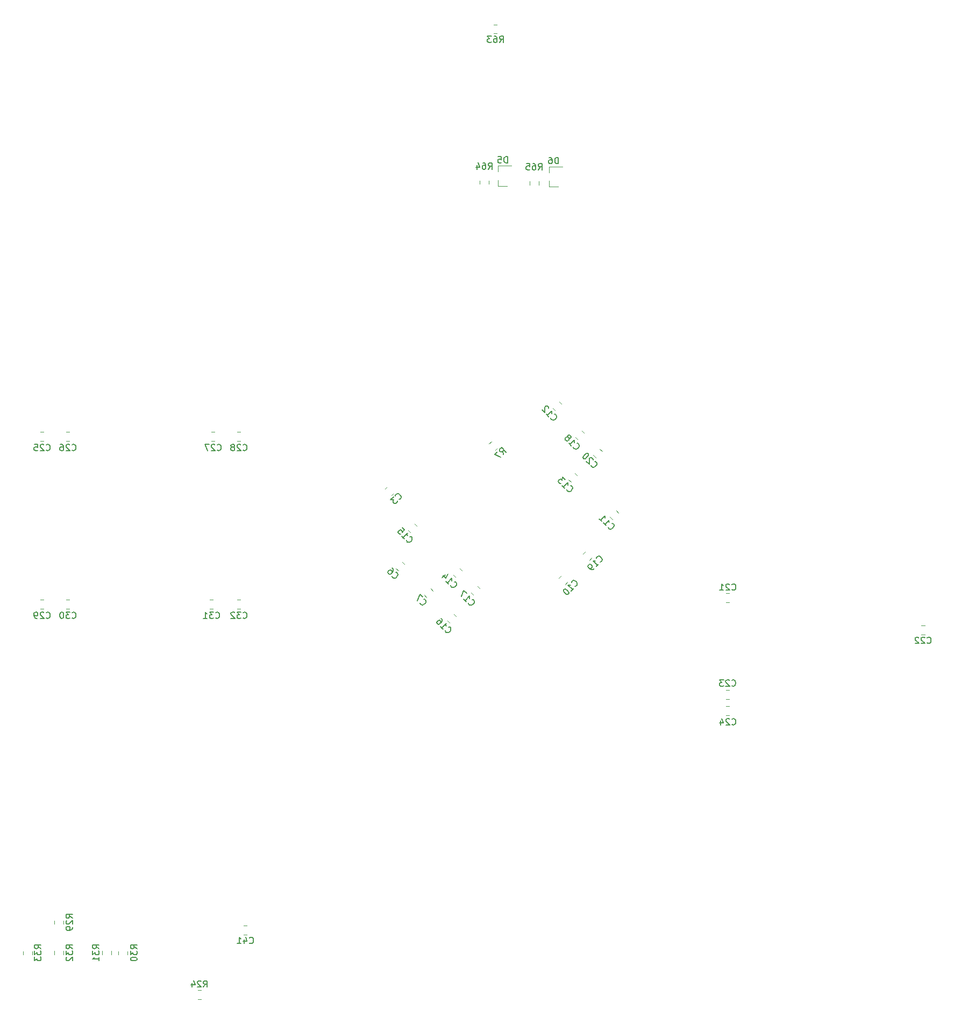
<source format=gbr>
%TF.GenerationSoftware,KiCad,Pcbnew,(5.1.6)-1*%
%TF.CreationDate,2024-05-17T16:04:08-04:00*%
%TF.ProjectId,MigStorm-ITX,4d696753-746f-4726-9d2d-4954582e6b69,rev?*%
%TF.SameCoordinates,Original*%
%TF.FileFunction,Legend,Bot*%
%TF.FilePolarity,Positive*%
%FSLAX46Y46*%
G04 Gerber Fmt 4.6, Leading zero omitted, Abs format (unit mm)*
G04 Created by KiCad (PCBNEW (5.1.6)-1) date 2024-05-17 16:04:08*
%MOMM*%
%LPD*%
G01*
G04 APERTURE LIST*
%ADD10C,0.120000*%
%ADD11C,0.150000*%
G04 APERTURE END LIST*
D10*
%TO.C,C3*%
X203808529Y-133237563D02*
X204177995Y-132868097D01*
X202804437Y-132233471D02*
X203173903Y-131864005D01*
%TO.C,C6*%
X205549313Y-143712221D02*
X205918779Y-144081687D01*
X204545221Y-144716313D02*
X204914687Y-145085779D01*
%TO.C,C7*%
X208990221Y-148907313D02*
X209359687Y-149276779D01*
X209994313Y-147903221D02*
X210363779Y-148272687D01*
%TO.C,C10*%
X230199221Y-146240687D02*
X230568687Y-145871221D01*
X231203313Y-147244779D02*
X231572779Y-146875313D01*
%TO.C,C11*%
X238237437Y-136625529D02*
X238606903Y-136994995D01*
X239241529Y-135621437D02*
X239610995Y-135990903D01*
%TO.C,C12*%
X230224529Y-118476437D02*
X230593995Y-118845903D01*
X229220437Y-119480529D02*
X229589903Y-119849995D01*
%TO.C,C13*%
X231723221Y-130746313D02*
X232092687Y-131115779D01*
X232727313Y-129742221D02*
X233096779Y-130111687D01*
%TO.C,C14*%
X213562221Y-145732313D02*
X213931687Y-146101779D01*
X214566313Y-144728221D02*
X214935779Y-145097687D01*
%TO.C,C15*%
X207454313Y-137706005D02*
X207823779Y-138075471D01*
X206450221Y-138710097D02*
X206819687Y-139079563D01*
%TO.C,C16*%
X213005471Y-153303563D02*
X212636005Y-152934097D01*
X214009563Y-152299471D02*
X213640097Y-151930005D01*
%TO.C,C17*%
X217729779Y-147891687D02*
X217360313Y-147522221D01*
X216725687Y-148895779D02*
X216356221Y-148526313D01*
%TO.C,C18*%
X232776437Y-124052529D02*
X233145903Y-124421995D01*
X233780529Y-123048437D02*
X234149995Y-123417903D01*
%TO.C,C19*%
X235382779Y-143065313D02*
X235013313Y-143434779D01*
X234378687Y-142061221D02*
X234009221Y-142430687D01*
%TO.C,C20*%
X235992471Y-127268563D02*
X235623005Y-126899097D01*
X236996563Y-126264471D02*
X236627097Y-125895005D01*
%TO.C,C21*%
X257055252Y-148642000D02*
X256532748Y-148642000D01*
X257055252Y-150062000D02*
X256532748Y-150062000D01*
%TO.C,C22*%
X287275748Y-155142000D02*
X287798252Y-155142000D01*
X287275748Y-153722000D02*
X287798252Y-153722000D01*
%TO.C,C23*%
X257046252Y-165302000D02*
X256523748Y-165302000D01*
X257046252Y-163882000D02*
X256523748Y-163882000D01*
%TO.C,C24*%
X257046252Y-166422000D02*
X256523748Y-166422000D01*
X257046252Y-167842000D02*
X256523748Y-167842000D01*
%TO.C,C25*%
X148582748Y-123242000D02*
X149105252Y-123242000D01*
X148582748Y-124662000D02*
X149105252Y-124662000D01*
%TO.C,C26*%
X153160252Y-124662000D02*
X152637748Y-124662000D01*
X153160252Y-123242000D02*
X152637748Y-123242000D01*
%TO.C,C27*%
X175506748Y-124662000D02*
X176029252Y-124662000D01*
X175506748Y-123242000D02*
X176029252Y-123242000D01*
%TO.C,C28*%
X180093252Y-124662000D02*
X179570748Y-124662000D01*
X180093252Y-123242000D02*
X179570748Y-123242000D01*
%TO.C,C29*%
X148582748Y-151078000D02*
X149105252Y-151078000D01*
X148582748Y-149658000D02*
X149105252Y-149658000D01*
%TO.C,C30*%
X153169252Y-151078000D02*
X152646748Y-151078000D01*
X153169252Y-149658000D02*
X152646748Y-149658000D01*
%TO.C,C31*%
X175252748Y-151078000D02*
X175775252Y-151078000D01*
X175252748Y-149658000D02*
X175775252Y-149658000D01*
%TO.C,C32*%
X180093252Y-151078000D02*
X179570748Y-151078000D01*
X180093252Y-149658000D02*
X179570748Y-149658000D01*
%TO.C,C41*%
X180577748Y-202386000D02*
X181100252Y-202386000D01*
X180577748Y-200966000D02*
X181100252Y-200966000D01*
%TO.C,D5*%
X220601000Y-84511000D02*
X220601000Y-83581000D01*
X220601000Y-81351000D02*
X220601000Y-82281000D01*
X220601000Y-81351000D02*
X222761000Y-81351000D01*
X220601000Y-84511000D02*
X222061000Y-84511000D01*
%TO.C,D6*%
X228618000Y-84638000D02*
X230078000Y-84638000D01*
X228618000Y-81478000D02*
X230778000Y-81478000D01*
X228618000Y-81478000D02*
X228618000Y-82408000D01*
X228618000Y-84638000D02*
X228618000Y-83708000D01*
%TO.C,R7*%
X220191529Y-126125563D02*
X220560995Y-125756097D01*
X219187437Y-125121471D02*
X219556903Y-124752005D01*
%TO.C,R24*%
X173338748Y-212546000D02*
X173861252Y-212546000D01*
X173338748Y-211126000D02*
X173861252Y-211126000D01*
%TO.C,R29*%
X152221000Y-200676252D02*
X152221000Y-200153748D01*
X150801000Y-200676252D02*
X150801000Y-200153748D01*
%TO.C,R30*%
X162254000Y-205502252D02*
X162254000Y-204979748D01*
X160834000Y-205502252D02*
X160834000Y-204979748D01*
%TO.C,R31*%
X158294000Y-205484252D02*
X158294000Y-204961748D01*
X159714000Y-205484252D02*
X159714000Y-204961748D01*
%TO.C,R32*%
X150801000Y-205484252D02*
X150801000Y-204961748D01*
X152221000Y-205484252D02*
X152221000Y-204961748D01*
%TO.C,R33*%
X145848000Y-205502252D02*
X145848000Y-204979748D01*
X147268000Y-205502252D02*
X147268000Y-204979748D01*
%TO.C,R63*%
X219956748Y-59107000D02*
X220479252Y-59107000D01*
X219956748Y-60527000D02*
X220479252Y-60527000D01*
%TO.C,R64*%
X217730000Y-84217252D02*
X217730000Y-83694748D01*
X219150000Y-84217252D02*
X219150000Y-83694748D01*
%TO.C,R65*%
X227024000Y-84326252D02*
X227024000Y-83803748D01*
X225604000Y-84326252D02*
X225604000Y-83803748D01*
%TO.C,C3*%
D11*
X205028331Y-133852197D02*
X205095674Y-133852197D01*
X205230361Y-133784853D01*
X205297705Y-133717510D01*
X205365048Y-133582822D01*
X205365048Y-133448135D01*
X205331377Y-133347120D01*
X205230361Y-133178761D01*
X205129346Y-133077746D01*
X204960987Y-132976731D01*
X204859972Y-132943059D01*
X204725285Y-132943059D01*
X204590598Y-133010403D01*
X204523254Y-133077746D01*
X204455911Y-133212433D01*
X204455911Y-133279777D01*
X204152865Y-133448135D02*
X203715132Y-133885868D01*
X204220209Y-133919540D01*
X204119193Y-134020555D01*
X204085522Y-134121571D01*
X204085522Y-134188914D01*
X204119193Y-134289929D01*
X204287552Y-134458288D01*
X204388567Y-134491960D01*
X204455911Y-134491960D01*
X204556926Y-134458288D01*
X204758957Y-134256258D01*
X204792629Y-134155242D01*
X204792629Y-134087899D01*
%TO.C,C6*%
X203930586Y-145936115D02*
X203930586Y-146003458D01*
X203997930Y-146138145D01*
X204065274Y-146205489D01*
X204199961Y-146272832D01*
X204334648Y-146272832D01*
X204435663Y-146239161D01*
X204604022Y-146138145D01*
X204705037Y-146037130D01*
X204806052Y-145868771D01*
X204839724Y-145767756D01*
X204839724Y-145633069D01*
X204772380Y-145498382D01*
X204705037Y-145431038D01*
X204570350Y-145363695D01*
X204503006Y-145363695D01*
X203964258Y-144690260D02*
X204098945Y-144824947D01*
X204132617Y-144925962D01*
X204132617Y-144993306D01*
X204098945Y-145161664D01*
X203997930Y-145330023D01*
X203728556Y-145599397D01*
X203627541Y-145633069D01*
X203560197Y-145633069D01*
X203459182Y-145599397D01*
X203324495Y-145464710D01*
X203290823Y-145363695D01*
X203290823Y-145296351D01*
X203324495Y-145195336D01*
X203492854Y-145026977D01*
X203593869Y-144993306D01*
X203661212Y-144993306D01*
X203762228Y-145026977D01*
X203896915Y-145161664D01*
X203930586Y-145262680D01*
X203930586Y-145330023D01*
X203896915Y-145431038D01*
%TO.C,C7*%
X208375586Y-150127115D02*
X208375586Y-150194458D01*
X208442930Y-150329145D01*
X208510274Y-150396489D01*
X208644961Y-150463832D01*
X208779648Y-150463832D01*
X208880663Y-150430161D01*
X209049022Y-150329145D01*
X209150037Y-150228130D01*
X209251052Y-150059771D01*
X209284724Y-149958756D01*
X209284724Y-149824069D01*
X209217380Y-149689382D01*
X209150037Y-149622038D01*
X209015350Y-149554695D01*
X208948006Y-149554695D01*
X208779648Y-149251649D02*
X208308243Y-148780245D01*
X207904182Y-149790397D01*
%TO.C,C10*%
X232759832Y-147522695D02*
X232827176Y-147522695D01*
X232961863Y-147455351D01*
X233029206Y-147388008D01*
X233096550Y-147253321D01*
X233096550Y-147118634D01*
X233062878Y-147017619D01*
X232961863Y-146849260D01*
X232860848Y-146748245D01*
X232692489Y-146647229D01*
X232591474Y-146613558D01*
X232456787Y-146613558D01*
X232322100Y-146680901D01*
X232254756Y-146748245D01*
X232187413Y-146882932D01*
X232187413Y-146950275D01*
X232153741Y-148263474D02*
X232557802Y-147859413D01*
X232355771Y-148061443D02*
X231648664Y-147354336D01*
X231817023Y-147388008D01*
X231951710Y-147388008D01*
X232052725Y-147354336D01*
X231008901Y-147994100D02*
X230941558Y-148061443D01*
X230907886Y-148162458D01*
X230907886Y-148229802D01*
X230941558Y-148330817D01*
X231042573Y-148499176D01*
X231210932Y-148667535D01*
X231379290Y-148768550D01*
X231480306Y-148802222D01*
X231547649Y-148802222D01*
X231648664Y-148768550D01*
X231716008Y-148701206D01*
X231749680Y-148600191D01*
X231749680Y-148532848D01*
X231716008Y-148431832D01*
X231614993Y-148263474D01*
X231446634Y-148095115D01*
X231278275Y-147994100D01*
X231177260Y-147960428D01*
X231109916Y-147960428D01*
X231008901Y-147994100D01*
%TO.C,C11*%
X237959520Y-138182048D02*
X237959520Y-138249392D01*
X238026864Y-138384079D01*
X238094207Y-138451422D01*
X238228894Y-138518766D01*
X238363581Y-138518766D01*
X238464596Y-138485094D01*
X238632955Y-138384079D01*
X238733970Y-138283064D01*
X238834986Y-138114705D01*
X238868657Y-138013690D01*
X238868657Y-137879003D01*
X238801314Y-137744316D01*
X238733970Y-137676972D01*
X238599283Y-137609629D01*
X238531940Y-137609629D01*
X237218741Y-137575957D02*
X237622802Y-137980018D01*
X237420772Y-137777987D02*
X238127879Y-137070880D01*
X238094207Y-137239239D01*
X238094207Y-137373926D01*
X238127879Y-137474941D01*
X236545306Y-136902522D02*
X236949367Y-137306583D01*
X236747337Y-137104552D02*
X237454444Y-136397445D01*
X237420772Y-136565804D01*
X237420772Y-136700491D01*
X237454444Y-136801506D01*
%TO.C,C12*%
X228942520Y-121037048D02*
X228942520Y-121104392D01*
X229009864Y-121239079D01*
X229077207Y-121306422D01*
X229211894Y-121373766D01*
X229346581Y-121373766D01*
X229447596Y-121340094D01*
X229615955Y-121239079D01*
X229716970Y-121138064D01*
X229817986Y-120969705D01*
X229851657Y-120868690D01*
X229851657Y-120734003D01*
X229784314Y-120599316D01*
X229716970Y-120531972D01*
X229582283Y-120464629D01*
X229514940Y-120464629D01*
X228201741Y-120430957D02*
X228605802Y-120835018D01*
X228403772Y-120632987D02*
X229110879Y-119925880D01*
X229077207Y-120094239D01*
X229077207Y-120228926D01*
X229110879Y-120329941D01*
X228572131Y-119521819D02*
X228572131Y-119454476D01*
X228538459Y-119353461D01*
X228370100Y-119185102D01*
X228269085Y-119151430D01*
X228201741Y-119151430D01*
X228100726Y-119185102D01*
X228033383Y-119252445D01*
X227966039Y-119387132D01*
X227966039Y-120195254D01*
X227528306Y-119757522D01*
%TO.C,C13*%
X231445304Y-132302832D02*
X231445304Y-132370176D01*
X231512648Y-132504863D01*
X231579991Y-132572206D01*
X231714678Y-132639550D01*
X231849365Y-132639550D01*
X231950380Y-132605878D01*
X232118739Y-132504863D01*
X232219754Y-132403848D01*
X232320770Y-132235489D01*
X232354441Y-132134474D01*
X232354441Y-131999787D01*
X232287098Y-131865100D01*
X232219754Y-131797756D01*
X232085067Y-131730413D01*
X232017724Y-131730413D01*
X230704525Y-131696741D02*
X231108586Y-132100802D01*
X230906556Y-131898771D02*
X231613663Y-131191664D01*
X231579991Y-131360023D01*
X231579991Y-131494710D01*
X231613663Y-131595725D01*
X231175930Y-130753932D02*
X230738197Y-130316199D01*
X230704525Y-130821275D01*
X230603510Y-130720260D01*
X230502495Y-130686588D01*
X230435151Y-130686588D01*
X230334136Y-130720260D01*
X230165777Y-130888619D01*
X230132106Y-130989634D01*
X230132106Y-131056977D01*
X230165777Y-131157993D01*
X230367808Y-131360023D01*
X230468823Y-131393695D01*
X230536167Y-131393695D01*
%TO.C,C14*%
X213181030Y-147392106D02*
X213181030Y-147459450D01*
X213248374Y-147594137D01*
X213315717Y-147661480D01*
X213450404Y-147728824D01*
X213585091Y-147728824D01*
X213686106Y-147695152D01*
X213854465Y-147594137D01*
X213955480Y-147493122D01*
X214056496Y-147324763D01*
X214090167Y-147223748D01*
X214090167Y-147089061D01*
X214022824Y-146954374D01*
X213955480Y-146887030D01*
X213820793Y-146819687D01*
X213753450Y-146819687D01*
X212440251Y-146786015D02*
X212844312Y-147190076D01*
X212642282Y-146988045D02*
X213349389Y-146280938D01*
X213315717Y-146449297D01*
X213315717Y-146583984D01*
X213349389Y-146684999D01*
X212305564Y-145708519D02*
X211834160Y-146179923D01*
X212743297Y-145607503D02*
X212406580Y-146280938D01*
X211968847Y-145843206D01*
%TO.C,C15*%
X206196030Y-140280106D02*
X206196030Y-140347450D01*
X206263374Y-140482137D01*
X206330717Y-140549480D01*
X206465404Y-140616824D01*
X206600091Y-140616824D01*
X206701106Y-140583152D01*
X206869465Y-140482137D01*
X206970480Y-140381122D01*
X207071496Y-140212763D01*
X207105167Y-140111748D01*
X207105167Y-139977061D01*
X207037824Y-139842374D01*
X206970480Y-139775030D01*
X206835793Y-139707687D01*
X206768450Y-139707687D01*
X205455251Y-139674015D02*
X205859312Y-140078076D01*
X205657282Y-139876045D02*
X206364389Y-139168938D01*
X206330717Y-139337297D01*
X206330717Y-139471984D01*
X206364389Y-139572999D01*
X205522595Y-138327145D02*
X205859312Y-138663862D01*
X205556267Y-139034251D01*
X205556267Y-138966908D01*
X205522595Y-138865893D01*
X205354236Y-138697534D01*
X205253221Y-138663862D01*
X205185877Y-138663862D01*
X205084862Y-138697534D01*
X204916503Y-138865893D01*
X204882832Y-138966908D01*
X204882832Y-139034251D01*
X204916503Y-139135267D01*
X205084862Y-139303625D01*
X205185877Y-139337297D01*
X205253221Y-139337297D01*
%TO.C,C16*%
X212292030Y-154504106D02*
X212292030Y-154571450D01*
X212359374Y-154706137D01*
X212426717Y-154773480D01*
X212561404Y-154840824D01*
X212696091Y-154840824D01*
X212797106Y-154807152D01*
X212965465Y-154706137D01*
X213066480Y-154605122D01*
X213167496Y-154436763D01*
X213201167Y-154335748D01*
X213201167Y-154201061D01*
X213133824Y-154066374D01*
X213066480Y-153999030D01*
X212931793Y-153931687D01*
X212864450Y-153931687D01*
X211551251Y-153898015D02*
X211955312Y-154302076D01*
X211753282Y-154100045D02*
X212460389Y-153392938D01*
X212426717Y-153561297D01*
X212426717Y-153695984D01*
X212460389Y-153796999D01*
X211652267Y-152584816D02*
X211786954Y-152719503D01*
X211820625Y-152820519D01*
X211820625Y-152887862D01*
X211786954Y-153056221D01*
X211685938Y-153224580D01*
X211416564Y-153493954D01*
X211315549Y-153527625D01*
X211248206Y-153527625D01*
X211147190Y-153493954D01*
X211012503Y-153359267D01*
X210978832Y-153258251D01*
X210978832Y-153190908D01*
X211012503Y-153089893D01*
X211180862Y-152921534D01*
X211281877Y-152887862D01*
X211349221Y-152887862D01*
X211450236Y-152921534D01*
X211584923Y-153056221D01*
X211618595Y-153157236D01*
X211618595Y-153224580D01*
X211584923Y-153325595D01*
%TO.C,C17*%
X215975030Y-150186106D02*
X215975030Y-150253450D01*
X216042374Y-150388137D01*
X216109717Y-150455480D01*
X216244404Y-150522824D01*
X216379091Y-150522824D01*
X216480106Y-150489152D01*
X216648465Y-150388137D01*
X216749480Y-150287122D01*
X216850496Y-150118763D01*
X216884167Y-150017748D01*
X216884167Y-149883061D01*
X216816824Y-149748374D01*
X216749480Y-149681030D01*
X216614793Y-149613687D01*
X216547450Y-149613687D01*
X215234251Y-149580015D02*
X215638312Y-149984076D01*
X215436282Y-149782045D02*
X216143389Y-149074938D01*
X216109717Y-149243297D01*
X216109717Y-149377984D01*
X216143389Y-149478999D01*
X215705656Y-148637206D02*
X215234251Y-148165801D01*
X214830190Y-149175954D01*
%TO.C,C18*%
X232498520Y-125609048D02*
X232498520Y-125676392D01*
X232565864Y-125811079D01*
X232633207Y-125878422D01*
X232767894Y-125945766D01*
X232902581Y-125945766D01*
X233003596Y-125912094D01*
X233171955Y-125811079D01*
X233272970Y-125710064D01*
X233373986Y-125541705D01*
X233407657Y-125440690D01*
X233407657Y-125306003D01*
X233340314Y-125171316D01*
X233272970Y-125103972D01*
X233138283Y-125036629D01*
X233070940Y-125036629D01*
X231757741Y-125002957D02*
X232161802Y-125407018D01*
X231959772Y-125204987D02*
X232666879Y-124497880D01*
X232633207Y-124666239D01*
X232633207Y-124800926D01*
X232666879Y-124901941D01*
X231757741Y-124194835D02*
X231858757Y-124228506D01*
X231926100Y-124228506D01*
X232027115Y-124194835D01*
X232060787Y-124161163D01*
X232094459Y-124060148D01*
X232094459Y-123992804D01*
X232060787Y-123891789D01*
X231926100Y-123757102D01*
X231825085Y-123723430D01*
X231757741Y-123723430D01*
X231656726Y-123757102D01*
X231623054Y-123790774D01*
X231589383Y-123891789D01*
X231589383Y-123959132D01*
X231623054Y-124060148D01*
X231757741Y-124194835D01*
X231791413Y-124295850D01*
X231791413Y-124363193D01*
X231757741Y-124464209D01*
X231623054Y-124598896D01*
X231522039Y-124632567D01*
X231454696Y-124632567D01*
X231353680Y-124598896D01*
X231218993Y-124464209D01*
X231185322Y-124363193D01*
X231185322Y-124295850D01*
X231218993Y-124194835D01*
X231353680Y-124060148D01*
X231454696Y-124026476D01*
X231522039Y-124026476D01*
X231623054Y-124060148D01*
%TO.C,C19*%
X236673107Y-143688969D02*
X236740451Y-143688969D01*
X236875138Y-143621625D01*
X236942481Y-143554282D01*
X237009825Y-143419595D01*
X237009825Y-143284908D01*
X236976153Y-143183893D01*
X236875138Y-143015534D01*
X236774123Y-142914519D01*
X236605764Y-142813503D01*
X236504749Y-142779832D01*
X236370062Y-142779832D01*
X236235375Y-142847175D01*
X236168031Y-142914519D01*
X236100688Y-143049206D01*
X236100688Y-143116549D01*
X236067016Y-144429748D02*
X236471077Y-144025687D01*
X236269046Y-144227717D02*
X235561939Y-143520610D01*
X235730298Y-143554282D01*
X235864985Y-143554282D01*
X235966000Y-143520610D01*
X235730298Y-144766465D02*
X235595611Y-144901152D01*
X235494596Y-144934824D01*
X235427252Y-144934824D01*
X235258894Y-144901152D01*
X235090535Y-144800137D01*
X234821161Y-144530763D01*
X234787489Y-144429748D01*
X234787489Y-144362404D01*
X234821161Y-144261389D01*
X234955848Y-144126702D01*
X235056863Y-144093030D01*
X235124207Y-144093030D01*
X235225222Y-144126702D01*
X235393581Y-144295061D01*
X235427252Y-144396076D01*
X235427252Y-144463419D01*
X235393581Y-144564435D01*
X235258894Y-144699122D01*
X235157878Y-144732793D01*
X235090535Y-144732793D01*
X234989520Y-144699122D01*
%TO.C,C20*%
X235279030Y-128469106D02*
X235279030Y-128536450D01*
X235346374Y-128671137D01*
X235413717Y-128738480D01*
X235548404Y-128805824D01*
X235683091Y-128805824D01*
X235784106Y-128772152D01*
X235952465Y-128671137D01*
X236053480Y-128570122D01*
X236154496Y-128401763D01*
X236188167Y-128300748D01*
X236188167Y-128166061D01*
X236120824Y-128031374D01*
X236053480Y-127964030D01*
X235918793Y-127896687D01*
X235851450Y-127896687D01*
X235582076Y-127627312D02*
X235582076Y-127559969D01*
X235548404Y-127458954D01*
X235380045Y-127290595D01*
X235279030Y-127256923D01*
X235211687Y-127256923D01*
X235110671Y-127290595D01*
X235043328Y-127357938D01*
X234975984Y-127492625D01*
X234975984Y-128300748D01*
X234538251Y-127863015D01*
X234807625Y-126718175D02*
X234740282Y-126650832D01*
X234639267Y-126617160D01*
X234571923Y-126617160D01*
X234470908Y-126650832D01*
X234302549Y-126751847D01*
X234134190Y-126920206D01*
X234033175Y-127088564D01*
X233999503Y-127189580D01*
X233999503Y-127256923D01*
X234033175Y-127357938D01*
X234100519Y-127425282D01*
X234201534Y-127458954D01*
X234268877Y-127458954D01*
X234369893Y-127425282D01*
X234538251Y-127324267D01*
X234706610Y-127155908D01*
X234807625Y-126987549D01*
X234841297Y-126886534D01*
X234841297Y-126819190D01*
X234807625Y-126718175D01*
%TO.C,C21*%
X257436857Y-148059142D02*
X257484476Y-148106761D01*
X257627333Y-148154380D01*
X257722571Y-148154380D01*
X257865428Y-148106761D01*
X257960666Y-148011523D01*
X258008285Y-147916285D01*
X258055904Y-147725809D01*
X258055904Y-147582952D01*
X258008285Y-147392476D01*
X257960666Y-147297238D01*
X257865428Y-147202000D01*
X257722571Y-147154380D01*
X257627333Y-147154380D01*
X257484476Y-147202000D01*
X257436857Y-147249619D01*
X257055904Y-147249619D02*
X257008285Y-147202000D01*
X256913047Y-147154380D01*
X256674952Y-147154380D01*
X256579714Y-147202000D01*
X256532095Y-147249619D01*
X256484476Y-147344857D01*
X256484476Y-147440095D01*
X256532095Y-147582952D01*
X257103523Y-148154380D01*
X256484476Y-148154380D01*
X255532095Y-148154380D02*
X256103523Y-148154380D01*
X255817809Y-148154380D02*
X255817809Y-147154380D01*
X255913047Y-147297238D01*
X256008285Y-147392476D01*
X256103523Y-147440095D01*
%TO.C,C22*%
X288179857Y-156439142D02*
X288227476Y-156486761D01*
X288370333Y-156534380D01*
X288465571Y-156534380D01*
X288608428Y-156486761D01*
X288703666Y-156391523D01*
X288751285Y-156296285D01*
X288798904Y-156105809D01*
X288798904Y-155962952D01*
X288751285Y-155772476D01*
X288703666Y-155677238D01*
X288608428Y-155582000D01*
X288465571Y-155534380D01*
X288370333Y-155534380D01*
X288227476Y-155582000D01*
X288179857Y-155629619D01*
X287798904Y-155629619D02*
X287751285Y-155582000D01*
X287656047Y-155534380D01*
X287417952Y-155534380D01*
X287322714Y-155582000D01*
X287275095Y-155629619D01*
X287227476Y-155724857D01*
X287227476Y-155820095D01*
X287275095Y-155962952D01*
X287846523Y-156534380D01*
X287227476Y-156534380D01*
X286846523Y-155629619D02*
X286798904Y-155582000D01*
X286703666Y-155534380D01*
X286465571Y-155534380D01*
X286370333Y-155582000D01*
X286322714Y-155629619D01*
X286275095Y-155724857D01*
X286275095Y-155820095D01*
X286322714Y-155962952D01*
X286894142Y-156534380D01*
X286275095Y-156534380D01*
%TO.C,C23*%
X257418857Y-163171142D02*
X257466476Y-163218761D01*
X257609333Y-163266380D01*
X257704571Y-163266380D01*
X257847428Y-163218761D01*
X257942666Y-163123523D01*
X257990285Y-163028285D01*
X258037904Y-162837809D01*
X258037904Y-162694952D01*
X257990285Y-162504476D01*
X257942666Y-162409238D01*
X257847428Y-162314000D01*
X257704571Y-162266380D01*
X257609333Y-162266380D01*
X257466476Y-162314000D01*
X257418857Y-162361619D01*
X257037904Y-162361619D02*
X256990285Y-162314000D01*
X256895047Y-162266380D01*
X256656952Y-162266380D01*
X256561714Y-162314000D01*
X256514095Y-162361619D01*
X256466476Y-162456857D01*
X256466476Y-162552095D01*
X256514095Y-162694952D01*
X257085523Y-163266380D01*
X256466476Y-163266380D01*
X256133142Y-162266380D02*
X255514095Y-162266380D01*
X255847428Y-162647333D01*
X255704571Y-162647333D01*
X255609333Y-162694952D01*
X255561714Y-162742571D01*
X255514095Y-162837809D01*
X255514095Y-163075904D01*
X255561714Y-163171142D01*
X255609333Y-163218761D01*
X255704571Y-163266380D01*
X255990285Y-163266380D01*
X256085523Y-163218761D01*
X256133142Y-163171142D01*
%TO.C,C24*%
X257436857Y-169267142D02*
X257484476Y-169314761D01*
X257627333Y-169362380D01*
X257722571Y-169362380D01*
X257865428Y-169314761D01*
X257960666Y-169219523D01*
X258008285Y-169124285D01*
X258055904Y-168933809D01*
X258055904Y-168790952D01*
X258008285Y-168600476D01*
X257960666Y-168505238D01*
X257865428Y-168410000D01*
X257722571Y-168362380D01*
X257627333Y-168362380D01*
X257484476Y-168410000D01*
X257436857Y-168457619D01*
X257055904Y-168457619D02*
X257008285Y-168410000D01*
X256913047Y-168362380D01*
X256674952Y-168362380D01*
X256579714Y-168410000D01*
X256532095Y-168457619D01*
X256484476Y-168552857D01*
X256484476Y-168648095D01*
X256532095Y-168790952D01*
X257103523Y-169362380D01*
X256484476Y-169362380D01*
X255627333Y-168695714D02*
X255627333Y-169362380D01*
X255865428Y-168314761D02*
X256103523Y-169029047D01*
X255484476Y-169029047D01*
%TO.C,C25*%
X149486857Y-126087142D02*
X149534476Y-126134761D01*
X149677333Y-126182380D01*
X149772571Y-126182380D01*
X149915428Y-126134761D01*
X150010666Y-126039523D01*
X150058285Y-125944285D01*
X150105904Y-125753809D01*
X150105904Y-125610952D01*
X150058285Y-125420476D01*
X150010666Y-125325238D01*
X149915428Y-125230000D01*
X149772571Y-125182380D01*
X149677333Y-125182380D01*
X149534476Y-125230000D01*
X149486857Y-125277619D01*
X149105904Y-125277619D02*
X149058285Y-125230000D01*
X148963047Y-125182380D01*
X148724952Y-125182380D01*
X148629714Y-125230000D01*
X148582095Y-125277619D01*
X148534476Y-125372857D01*
X148534476Y-125468095D01*
X148582095Y-125610952D01*
X149153523Y-126182380D01*
X148534476Y-126182380D01*
X147629714Y-125182380D02*
X148105904Y-125182380D01*
X148153523Y-125658571D01*
X148105904Y-125610952D01*
X148010666Y-125563333D01*
X147772571Y-125563333D01*
X147677333Y-125610952D01*
X147629714Y-125658571D01*
X147582095Y-125753809D01*
X147582095Y-125991904D01*
X147629714Y-126087142D01*
X147677333Y-126134761D01*
X147772571Y-126182380D01*
X148010666Y-126182380D01*
X148105904Y-126134761D01*
X148153523Y-126087142D01*
%TO.C,C26*%
X153541857Y-126087142D02*
X153589476Y-126134761D01*
X153732333Y-126182380D01*
X153827571Y-126182380D01*
X153970428Y-126134761D01*
X154065666Y-126039523D01*
X154113285Y-125944285D01*
X154160904Y-125753809D01*
X154160904Y-125610952D01*
X154113285Y-125420476D01*
X154065666Y-125325238D01*
X153970428Y-125230000D01*
X153827571Y-125182380D01*
X153732333Y-125182380D01*
X153589476Y-125230000D01*
X153541857Y-125277619D01*
X153160904Y-125277619D02*
X153113285Y-125230000D01*
X153018047Y-125182380D01*
X152779952Y-125182380D01*
X152684714Y-125230000D01*
X152637095Y-125277619D01*
X152589476Y-125372857D01*
X152589476Y-125468095D01*
X152637095Y-125610952D01*
X153208523Y-126182380D01*
X152589476Y-126182380D01*
X151732333Y-125182380D02*
X151922809Y-125182380D01*
X152018047Y-125230000D01*
X152065666Y-125277619D01*
X152160904Y-125420476D01*
X152208523Y-125610952D01*
X152208523Y-125991904D01*
X152160904Y-126087142D01*
X152113285Y-126134761D01*
X152018047Y-126182380D01*
X151827571Y-126182380D01*
X151732333Y-126134761D01*
X151684714Y-126087142D01*
X151637095Y-125991904D01*
X151637095Y-125753809D01*
X151684714Y-125658571D01*
X151732333Y-125610952D01*
X151827571Y-125563333D01*
X152018047Y-125563333D01*
X152113285Y-125610952D01*
X152160904Y-125658571D01*
X152208523Y-125753809D01*
%TO.C,C27*%
X176410857Y-126087142D02*
X176458476Y-126134761D01*
X176601333Y-126182380D01*
X176696571Y-126182380D01*
X176839428Y-126134761D01*
X176934666Y-126039523D01*
X176982285Y-125944285D01*
X177029904Y-125753809D01*
X177029904Y-125610952D01*
X176982285Y-125420476D01*
X176934666Y-125325238D01*
X176839428Y-125230000D01*
X176696571Y-125182380D01*
X176601333Y-125182380D01*
X176458476Y-125230000D01*
X176410857Y-125277619D01*
X176029904Y-125277619D02*
X175982285Y-125230000D01*
X175887047Y-125182380D01*
X175648952Y-125182380D01*
X175553714Y-125230000D01*
X175506095Y-125277619D01*
X175458476Y-125372857D01*
X175458476Y-125468095D01*
X175506095Y-125610952D01*
X176077523Y-126182380D01*
X175458476Y-126182380D01*
X175125142Y-125182380D02*
X174458476Y-125182380D01*
X174887047Y-126182380D01*
%TO.C,C28*%
X180474857Y-126087142D02*
X180522476Y-126134761D01*
X180665333Y-126182380D01*
X180760571Y-126182380D01*
X180903428Y-126134761D01*
X180998666Y-126039523D01*
X181046285Y-125944285D01*
X181093904Y-125753809D01*
X181093904Y-125610952D01*
X181046285Y-125420476D01*
X180998666Y-125325238D01*
X180903428Y-125230000D01*
X180760571Y-125182380D01*
X180665333Y-125182380D01*
X180522476Y-125230000D01*
X180474857Y-125277619D01*
X180093904Y-125277619D02*
X180046285Y-125230000D01*
X179951047Y-125182380D01*
X179712952Y-125182380D01*
X179617714Y-125230000D01*
X179570095Y-125277619D01*
X179522476Y-125372857D01*
X179522476Y-125468095D01*
X179570095Y-125610952D01*
X180141523Y-126182380D01*
X179522476Y-126182380D01*
X178951047Y-125610952D02*
X179046285Y-125563333D01*
X179093904Y-125515714D01*
X179141523Y-125420476D01*
X179141523Y-125372857D01*
X179093904Y-125277619D01*
X179046285Y-125230000D01*
X178951047Y-125182380D01*
X178760571Y-125182380D01*
X178665333Y-125230000D01*
X178617714Y-125277619D01*
X178570095Y-125372857D01*
X178570095Y-125420476D01*
X178617714Y-125515714D01*
X178665333Y-125563333D01*
X178760571Y-125610952D01*
X178951047Y-125610952D01*
X179046285Y-125658571D01*
X179093904Y-125706190D01*
X179141523Y-125801428D01*
X179141523Y-125991904D01*
X179093904Y-126087142D01*
X179046285Y-126134761D01*
X178951047Y-126182380D01*
X178760571Y-126182380D01*
X178665333Y-126134761D01*
X178617714Y-126087142D01*
X178570095Y-125991904D01*
X178570095Y-125801428D01*
X178617714Y-125706190D01*
X178665333Y-125658571D01*
X178760571Y-125610952D01*
%TO.C,C29*%
X149486857Y-152503142D02*
X149534476Y-152550761D01*
X149677333Y-152598380D01*
X149772571Y-152598380D01*
X149915428Y-152550761D01*
X150010666Y-152455523D01*
X150058285Y-152360285D01*
X150105904Y-152169809D01*
X150105904Y-152026952D01*
X150058285Y-151836476D01*
X150010666Y-151741238D01*
X149915428Y-151646000D01*
X149772571Y-151598380D01*
X149677333Y-151598380D01*
X149534476Y-151646000D01*
X149486857Y-151693619D01*
X149105904Y-151693619D02*
X149058285Y-151646000D01*
X148963047Y-151598380D01*
X148724952Y-151598380D01*
X148629714Y-151646000D01*
X148582095Y-151693619D01*
X148534476Y-151788857D01*
X148534476Y-151884095D01*
X148582095Y-152026952D01*
X149153523Y-152598380D01*
X148534476Y-152598380D01*
X148058285Y-152598380D02*
X147867809Y-152598380D01*
X147772571Y-152550761D01*
X147724952Y-152503142D01*
X147629714Y-152360285D01*
X147582095Y-152169809D01*
X147582095Y-151788857D01*
X147629714Y-151693619D01*
X147677333Y-151646000D01*
X147772571Y-151598380D01*
X147963047Y-151598380D01*
X148058285Y-151646000D01*
X148105904Y-151693619D01*
X148153523Y-151788857D01*
X148153523Y-152026952D01*
X148105904Y-152122190D01*
X148058285Y-152169809D01*
X147963047Y-152217428D01*
X147772571Y-152217428D01*
X147677333Y-152169809D01*
X147629714Y-152122190D01*
X147582095Y-152026952D01*
%TO.C,C30*%
X153550857Y-152503142D02*
X153598476Y-152550761D01*
X153741333Y-152598380D01*
X153836571Y-152598380D01*
X153979428Y-152550761D01*
X154074666Y-152455523D01*
X154122285Y-152360285D01*
X154169904Y-152169809D01*
X154169904Y-152026952D01*
X154122285Y-151836476D01*
X154074666Y-151741238D01*
X153979428Y-151646000D01*
X153836571Y-151598380D01*
X153741333Y-151598380D01*
X153598476Y-151646000D01*
X153550857Y-151693619D01*
X153217523Y-151598380D02*
X152598476Y-151598380D01*
X152931809Y-151979333D01*
X152788952Y-151979333D01*
X152693714Y-152026952D01*
X152646095Y-152074571D01*
X152598476Y-152169809D01*
X152598476Y-152407904D01*
X152646095Y-152503142D01*
X152693714Y-152550761D01*
X152788952Y-152598380D01*
X153074666Y-152598380D01*
X153169904Y-152550761D01*
X153217523Y-152503142D01*
X151979428Y-151598380D02*
X151884190Y-151598380D01*
X151788952Y-151646000D01*
X151741333Y-151693619D01*
X151693714Y-151788857D01*
X151646095Y-151979333D01*
X151646095Y-152217428D01*
X151693714Y-152407904D01*
X151741333Y-152503142D01*
X151788952Y-152550761D01*
X151884190Y-152598380D01*
X151979428Y-152598380D01*
X152074666Y-152550761D01*
X152122285Y-152503142D01*
X152169904Y-152407904D01*
X152217523Y-152217428D01*
X152217523Y-151979333D01*
X152169904Y-151788857D01*
X152122285Y-151693619D01*
X152074666Y-151646000D01*
X151979428Y-151598380D01*
%TO.C,C31*%
X176156857Y-152503142D02*
X176204476Y-152550761D01*
X176347333Y-152598380D01*
X176442571Y-152598380D01*
X176585428Y-152550761D01*
X176680666Y-152455523D01*
X176728285Y-152360285D01*
X176775904Y-152169809D01*
X176775904Y-152026952D01*
X176728285Y-151836476D01*
X176680666Y-151741238D01*
X176585428Y-151646000D01*
X176442571Y-151598380D01*
X176347333Y-151598380D01*
X176204476Y-151646000D01*
X176156857Y-151693619D01*
X175823523Y-151598380D02*
X175204476Y-151598380D01*
X175537809Y-151979333D01*
X175394952Y-151979333D01*
X175299714Y-152026952D01*
X175252095Y-152074571D01*
X175204476Y-152169809D01*
X175204476Y-152407904D01*
X175252095Y-152503142D01*
X175299714Y-152550761D01*
X175394952Y-152598380D01*
X175680666Y-152598380D01*
X175775904Y-152550761D01*
X175823523Y-152503142D01*
X174252095Y-152598380D02*
X174823523Y-152598380D01*
X174537809Y-152598380D02*
X174537809Y-151598380D01*
X174633047Y-151741238D01*
X174728285Y-151836476D01*
X174823523Y-151884095D01*
%TO.C,C32*%
X180474857Y-152503142D02*
X180522476Y-152550761D01*
X180665333Y-152598380D01*
X180760571Y-152598380D01*
X180903428Y-152550761D01*
X180998666Y-152455523D01*
X181046285Y-152360285D01*
X181093904Y-152169809D01*
X181093904Y-152026952D01*
X181046285Y-151836476D01*
X180998666Y-151741238D01*
X180903428Y-151646000D01*
X180760571Y-151598380D01*
X180665333Y-151598380D01*
X180522476Y-151646000D01*
X180474857Y-151693619D01*
X180141523Y-151598380D02*
X179522476Y-151598380D01*
X179855809Y-151979333D01*
X179712952Y-151979333D01*
X179617714Y-152026952D01*
X179570095Y-152074571D01*
X179522476Y-152169809D01*
X179522476Y-152407904D01*
X179570095Y-152503142D01*
X179617714Y-152550761D01*
X179712952Y-152598380D01*
X179998666Y-152598380D01*
X180093904Y-152550761D01*
X180141523Y-152503142D01*
X179141523Y-151693619D02*
X179093904Y-151646000D01*
X178998666Y-151598380D01*
X178760571Y-151598380D01*
X178665333Y-151646000D01*
X178617714Y-151693619D01*
X178570095Y-151788857D01*
X178570095Y-151884095D01*
X178617714Y-152026952D01*
X179189142Y-152598380D01*
X178570095Y-152598380D01*
%TO.C,C41*%
X181481857Y-203683142D02*
X181529476Y-203730761D01*
X181672333Y-203778380D01*
X181767571Y-203778380D01*
X181910428Y-203730761D01*
X182005666Y-203635523D01*
X182053285Y-203540285D01*
X182100904Y-203349809D01*
X182100904Y-203206952D01*
X182053285Y-203016476D01*
X182005666Y-202921238D01*
X181910428Y-202826000D01*
X181767571Y-202778380D01*
X181672333Y-202778380D01*
X181529476Y-202826000D01*
X181481857Y-202873619D01*
X180624714Y-203111714D02*
X180624714Y-203778380D01*
X180862809Y-202730761D02*
X181100904Y-203445047D01*
X180481857Y-203445047D01*
X179577095Y-203778380D02*
X180148523Y-203778380D01*
X179862809Y-203778380D02*
X179862809Y-202778380D01*
X179958047Y-202921238D01*
X180053285Y-203016476D01*
X180148523Y-203064095D01*
%TO.C,D5*%
X222099095Y-80883380D02*
X222099095Y-79883380D01*
X221861000Y-79883380D01*
X221718142Y-79931000D01*
X221622904Y-80026238D01*
X221575285Y-80121476D01*
X221527666Y-80311952D01*
X221527666Y-80454809D01*
X221575285Y-80645285D01*
X221622904Y-80740523D01*
X221718142Y-80835761D01*
X221861000Y-80883380D01*
X222099095Y-80883380D01*
X220622904Y-79883380D02*
X221099095Y-79883380D01*
X221146714Y-80359571D01*
X221099095Y-80311952D01*
X221003857Y-80264333D01*
X220765761Y-80264333D01*
X220670523Y-80311952D01*
X220622904Y-80359571D01*
X220575285Y-80454809D01*
X220575285Y-80692904D01*
X220622904Y-80788142D01*
X220670523Y-80835761D01*
X220765761Y-80883380D01*
X221003857Y-80883380D01*
X221099095Y-80835761D01*
X221146714Y-80788142D01*
%TO.C,D6*%
X230116095Y-81010380D02*
X230116095Y-80010380D01*
X229878000Y-80010380D01*
X229735142Y-80058000D01*
X229639904Y-80153238D01*
X229592285Y-80248476D01*
X229544666Y-80438952D01*
X229544666Y-80581809D01*
X229592285Y-80772285D01*
X229639904Y-80867523D01*
X229735142Y-80962761D01*
X229878000Y-81010380D01*
X230116095Y-81010380D01*
X228687523Y-80010380D02*
X228878000Y-80010380D01*
X228973238Y-80058000D01*
X229020857Y-80105619D01*
X229116095Y-80248476D01*
X229163714Y-80438952D01*
X229163714Y-80819904D01*
X229116095Y-80915142D01*
X229068476Y-80962761D01*
X228973238Y-81010380D01*
X228782761Y-81010380D01*
X228687523Y-80962761D01*
X228639904Y-80915142D01*
X228592285Y-80819904D01*
X228592285Y-80581809D01*
X228639904Y-80486571D01*
X228687523Y-80438952D01*
X228782761Y-80391333D01*
X228973238Y-80391333D01*
X229068476Y-80438952D01*
X229116095Y-80486571D01*
X229163714Y-80581809D01*
%TO.C,R7*%
X221478674Y-126807540D02*
X221377659Y-126235120D01*
X221882735Y-126403479D02*
X221175629Y-125696372D01*
X220906254Y-125965746D01*
X220872583Y-126066761D01*
X220872583Y-126134105D01*
X220906254Y-126235120D01*
X221007270Y-126336135D01*
X221108285Y-126369807D01*
X221175629Y-126369807D01*
X221276644Y-126336135D01*
X221546018Y-126066761D01*
X220535865Y-126336135D02*
X220064461Y-126807540D01*
X221074613Y-127211601D01*
%TO.C,R24*%
X174242857Y-210637380D02*
X174576190Y-210161190D01*
X174814285Y-210637380D02*
X174814285Y-209637380D01*
X174433333Y-209637380D01*
X174338095Y-209685000D01*
X174290476Y-209732619D01*
X174242857Y-209827857D01*
X174242857Y-209970714D01*
X174290476Y-210065952D01*
X174338095Y-210113571D01*
X174433333Y-210161190D01*
X174814285Y-210161190D01*
X173861904Y-209732619D02*
X173814285Y-209685000D01*
X173719047Y-209637380D01*
X173480952Y-209637380D01*
X173385714Y-209685000D01*
X173338095Y-209732619D01*
X173290476Y-209827857D01*
X173290476Y-209923095D01*
X173338095Y-210065952D01*
X173909523Y-210637380D01*
X173290476Y-210637380D01*
X172433333Y-209970714D02*
X172433333Y-210637380D01*
X172671428Y-209589761D02*
X172909523Y-210304047D01*
X172290476Y-210304047D01*
%TO.C,R29*%
X153613380Y-199772142D02*
X153137190Y-199438809D01*
X153613380Y-199200714D02*
X152613380Y-199200714D01*
X152613380Y-199581666D01*
X152661000Y-199676904D01*
X152708619Y-199724523D01*
X152803857Y-199772142D01*
X152946714Y-199772142D01*
X153041952Y-199724523D01*
X153089571Y-199676904D01*
X153137190Y-199581666D01*
X153137190Y-199200714D01*
X152708619Y-200153095D02*
X152661000Y-200200714D01*
X152613380Y-200295952D01*
X152613380Y-200534047D01*
X152661000Y-200629285D01*
X152708619Y-200676904D01*
X152803857Y-200724523D01*
X152899095Y-200724523D01*
X153041952Y-200676904D01*
X153613380Y-200105476D01*
X153613380Y-200724523D01*
X153613380Y-201200714D02*
X153613380Y-201391190D01*
X153565761Y-201486428D01*
X153518142Y-201534047D01*
X153375285Y-201629285D01*
X153184809Y-201676904D01*
X152803857Y-201676904D01*
X152708619Y-201629285D01*
X152661000Y-201581666D01*
X152613380Y-201486428D01*
X152613380Y-201295952D01*
X152661000Y-201200714D01*
X152708619Y-201153095D01*
X152803857Y-201105476D01*
X153041952Y-201105476D01*
X153137190Y-201153095D01*
X153184809Y-201200714D01*
X153232428Y-201295952D01*
X153232428Y-201486428D01*
X153184809Y-201581666D01*
X153137190Y-201629285D01*
X153041952Y-201676904D01*
%TO.C,R30*%
X163774380Y-204589142D02*
X163298190Y-204255809D01*
X163774380Y-204017714D02*
X162774380Y-204017714D01*
X162774380Y-204398666D01*
X162822000Y-204493904D01*
X162869619Y-204541523D01*
X162964857Y-204589142D01*
X163107714Y-204589142D01*
X163202952Y-204541523D01*
X163250571Y-204493904D01*
X163298190Y-204398666D01*
X163298190Y-204017714D01*
X162774380Y-204922476D02*
X162774380Y-205541523D01*
X163155333Y-205208190D01*
X163155333Y-205351047D01*
X163202952Y-205446285D01*
X163250571Y-205493904D01*
X163345809Y-205541523D01*
X163583904Y-205541523D01*
X163679142Y-205493904D01*
X163726761Y-205446285D01*
X163774380Y-205351047D01*
X163774380Y-205065333D01*
X163726761Y-204970095D01*
X163679142Y-204922476D01*
X162774380Y-206160571D02*
X162774380Y-206255809D01*
X162822000Y-206351047D01*
X162869619Y-206398666D01*
X162964857Y-206446285D01*
X163155333Y-206493904D01*
X163393428Y-206493904D01*
X163583904Y-206446285D01*
X163679142Y-206398666D01*
X163726761Y-206351047D01*
X163774380Y-206255809D01*
X163774380Y-206160571D01*
X163726761Y-206065333D01*
X163679142Y-206017714D01*
X163583904Y-205970095D01*
X163393428Y-205922476D01*
X163155333Y-205922476D01*
X162964857Y-205970095D01*
X162869619Y-206017714D01*
X162822000Y-206065333D01*
X162774380Y-206160571D01*
%TO.C,R31*%
X157805380Y-204589142D02*
X157329190Y-204255809D01*
X157805380Y-204017714D02*
X156805380Y-204017714D01*
X156805380Y-204398666D01*
X156853000Y-204493904D01*
X156900619Y-204541523D01*
X156995857Y-204589142D01*
X157138714Y-204589142D01*
X157233952Y-204541523D01*
X157281571Y-204493904D01*
X157329190Y-204398666D01*
X157329190Y-204017714D01*
X156805380Y-204922476D02*
X156805380Y-205541523D01*
X157186333Y-205208190D01*
X157186333Y-205351047D01*
X157233952Y-205446285D01*
X157281571Y-205493904D01*
X157376809Y-205541523D01*
X157614904Y-205541523D01*
X157710142Y-205493904D01*
X157757761Y-205446285D01*
X157805380Y-205351047D01*
X157805380Y-205065333D01*
X157757761Y-204970095D01*
X157710142Y-204922476D01*
X157805380Y-206493904D02*
X157805380Y-205922476D01*
X157805380Y-206208190D02*
X156805380Y-206208190D01*
X156948238Y-206112952D01*
X157043476Y-206017714D01*
X157091095Y-205922476D01*
%TO.C,R32*%
X153613380Y-204580142D02*
X153137190Y-204246809D01*
X153613380Y-204008714D02*
X152613380Y-204008714D01*
X152613380Y-204389666D01*
X152661000Y-204484904D01*
X152708619Y-204532523D01*
X152803857Y-204580142D01*
X152946714Y-204580142D01*
X153041952Y-204532523D01*
X153089571Y-204484904D01*
X153137190Y-204389666D01*
X153137190Y-204008714D01*
X152613380Y-204913476D02*
X152613380Y-205532523D01*
X152994333Y-205199190D01*
X152994333Y-205342047D01*
X153041952Y-205437285D01*
X153089571Y-205484904D01*
X153184809Y-205532523D01*
X153422904Y-205532523D01*
X153518142Y-205484904D01*
X153565761Y-205437285D01*
X153613380Y-205342047D01*
X153613380Y-205056333D01*
X153565761Y-204961095D01*
X153518142Y-204913476D01*
X152708619Y-205913476D02*
X152661000Y-205961095D01*
X152613380Y-206056333D01*
X152613380Y-206294428D01*
X152661000Y-206389666D01*
X152708619Y-206437285D01*
X152803857Y-206484904D01*
X152899095Y-206484904D01*
X153041952Y-206437285D01*
X153613380Y-205865857D01*
X153613380Y-206484904D01*
%TO.C,R33*%
X148661380Y-204589142D02*
X148185190Y-204255809D01*
X148661380Y-204017714D02*
X147661380Y-204017714D01*
X147661380Y-204398666D01*
X147709000Y-204493904D01*
X147756619Y-204541523D01*
X147851857Y-204589142D01*
X147994714Y-204589142D01*
X148089952Y-204541523D01*
X148137571Y-204493904D01*
X148185190Y-204398666D01*
X148185190Y-204017714D01*
X147661380Y-204922476D02*
X147661380Y-205541523D01*
X148042333Y-205208190D01*
X148042333Y-205351047D01*
X148089952Y-205446285D01*
X148137571Y-205493904D01*
X148232809Y-205541523D01*
X148470904Y-205541523D01*
X148566142Y-205493904D01*
X148613761Y-205446285D01*
X148661380Y-205351047D01*
X148661380Y-205065333D01*
X148613761Y-204970095D01*
X148566142Y-204922476D01*
X147661380Y-205874857D02*
X147661380Y-206493904D01*
X148042333Y-206160571D01*
X148042333Y-206303428D01*
X148089952Y-206398666D01*
X148137571Y-206446285D01*
X148232809Y-206493904D01*
X148470904Y-206493904D01*
X148566142Y-206446285D01*
X148613761Y-206398666D01*
X148661380Y-206303428D01*
X148661380Y-206017714D01*
X148613761Y-205922476D01*
X148566142Y-205874857D01*
%TO.C,R63*%
X220860857Y-61919380D02*
X221194190Y-61443190D01*
X221432285Y-61919380D02*
X221432285Y-60919380D01*
X221051333Y-60919380D01*
X220956095Y-60967000D01*
X220908476Y-61014619D01*
X220860857Y-61109857D01*
X220860857Y-61252714D01*
X220908476Y-61347952D01*
X220956095Y-61395571D01*
X221051333Y-61443190D01*
X221432285Y-61443190D01*
X220003714Y-60919380D02*
X220194190Y-60919380D01*
X220289428Y-60967000D01*
X220337047Y-61014619D01*
X220432285Y-61157476D01*
X220479904Y-61347952D01*
X220479904Y-61728904D01*
X220432285Y-61824142D01*
X220384666Y-61871761D01*
X220289428Y-61919380D01*
X220098952Y-61919380D01*
X220003714Y-61871761D01*
X219956095Y-61824142D01*
X219908476Y-61728904D01*
X219908476Y-61490809D01*
X219956095Y-61395571D01*
X220003714Y-61347952D01*
X220098952Y-61300333D01*
X220289428Y-61300333D01*
X220384666Y-61347952D01*
X220432285Y-61395571D01*
X220479904Y-61490809D01*
X219575142Y-60919380D02*
X218956095Y-60919380D01*
X219289428Y-61300333D01*
X219146571Y-61300333D01*
X219051333Y-61347952D01*
X219003714Y-61395571D01*
X218956095Y-61490809D01*
X218956095Y-61728904D01*
X219003714Y-61824142D01*
X219051333Y-61871761D01*
X219146571Y-61919380D01*
X219432285Y-61919380D01*
X219527523Y-61871761D01*
X219575142Y-61824142D01*
%TO.C,R64*%
X219082857Y-81868380D02*
X219416190Y-81392190D01*
X219654285Y-81868380D02*
X219654285Y-80868380D01*
X219273333Y-80868380D01*
X219178095Y-80916000D01*
X219130476Y-80963619D01*
X219082857Y-81058857D01*
X219082857Y-81201714D01*
X219130476Y-81296952D01*
X219178095Y-81344571D01*
X219273333Y-81392190D01*
X219654285Y-81392190D01*
X218225714Y-80868380D02*
X218416190Y-80868380D01*
X218511428Y-80916000D01*
X218559047Y-80963619D01*
X218654285Y-81106476D01*
X218701904Y-81296952D01*
X218701904Y-81677904D01*
X218654285Y-81773142D01*
X218606666Y-81820761D01*
X218511428Y-81868380D01*
X218320952Y-81868380D01*
X218225714Y-81820761D01*
X218178095Y-81773142D01*
X218130476Y-81677904D01*
X218130476Y-81439809D01*
X218178095Y-81344571D01*
X218225714Y-81296952D01*
X218320952Y-81249333D01*
X218511428Y-81249333D01*
X218606666Y-81296952D01*
X218654285Y-81344571D01*
X218701904Y-81439809D01*
X217273333Y-81201714D02*
X217273333Y-81868380D01*
X217511428Y-80820761D02*
X217749523Y-81535047D01*
X217130476Y-81535047D01*
%TO.C,R65*%
X226956857Y-81977380D02*
X227290190Y-81501190D01*
X227528285Y-81977380D02*
X227528285Y-80977380D01*
X227147333Y-80977380D01*
X227052095Y-81025000D01*
X227004476Y-81072619D01*
X226956857Y-81167857D01*
X226956857Y-81310714D01*
X227004476Y-81405952D01*
X227052095Y-81453571D01*
X227147333Y-81501190D01*
X227528285Y-81501190D01*
X226099714Y-80977380D02*
X226290190Y-80977380D01*
X226385428Y-81025000D01*
X226433047Y-81072619D01*
X226528285Y-81215476D01*
X226575904Y-81405952D01*
X226575904Y-81786904D01*
X226528285Y-81882142D01*
X226480666Y-81929761D01*
X226385428Y-81977380D01*
X226194952Y-81977380D01*
X226099714Y-81929761D01*
X226052095Y-81882142D01*
X226004476Y-81786904D01*
X226004476Y-81548809D01*
X226052095Y-81453571D01*
X226099714Y-81405952D01*
X226194952Y-81358333D01*
X226385428Y-81358333D01*
X226480666Y-81405952D01*
X226528285Y-81453571D01*
X226575904Y-81548809D01*
X225099714Y-80977380D02*
X225575904Y-80977380D01*
X225623523Y-81453571D01*
X225575904Y-81405952D01*
X225480666Y-81358333D01*
X225242571Y-81358333D01*
X225147333Y-81405952D01*
X225099714Y-81453571D01*
X225052095Y-81548809D01*
X225052095Y-81786904D01*
X225099714Y-81882142D01*
X225147333Y-81929761D01*
X225242571Y-81977380D01*
X225480666Y-81977380D01*
X225575904Y-81929761D01*
X225623523Y-81882142D01*
%TD*%
M02*

</source>
